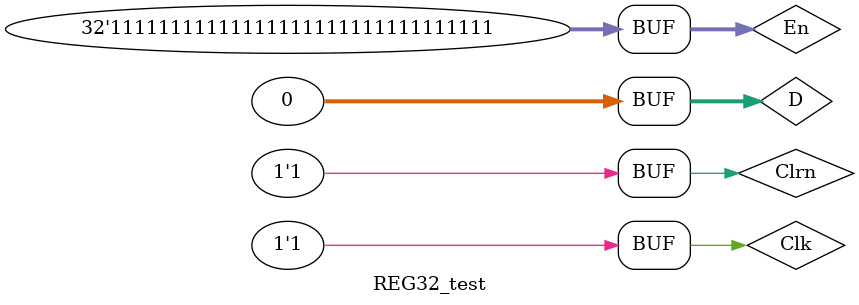
<source format=v>
`timescale 1ns / 1ps

//²âÊÔ¿ÉÒÔµÃ³ö£¬0×ª»¯µ½1¾ÍÊÇÉÏÉýÑØ£¬´ËÊ±½«ÉÏ´Î´æµÄDºÍEn´æÈë¼Ä´æÆ÷
module REG32_test;
reg [31:0]D,En;
reg Clk,Clrn;
wire [31:0]Q31,Q30,Q29,Q28,Q27,Q26,Q25,Q24,Q23,Q22,Q21,
Q20,Q19,Q18,Q17,Q16,Q15,Q14,Q13,Q12,Q11,Q10,Q9,Q8,Q7,Q6,Q5,Q4,Q3,Q2,Q1,Q0;
REG32 uut(.D(D),.En(En),.Clk(Clk),.Clrn(Clrn),.Q0(Q0),.Q1(Q1),.Q2(Q2),.Q3(Q3),.Q4(Q4),.Q5(Q5),.Q6(Q6),
.Q7(Q7),.Q8(Q8),.Q9(Q9),.Q10(Q10),.Q11(Q11),.Q12(Q12),.Q13(Q13),.Q14(Q14),.Q15(Q15),.Q16(Q16),.Q17(Q17),
.Q18(Q18),.Q19(Q19),.Q20(Q20),.Q21(Q21),.Q22(Q22),.Q23(Q23),.Q24(Q24),.Q25(Q25),.Q26(Q26),.Q27(Q27),
.Q28(Q28),.Q29(Q29),.Q30(Q30),.Q31(Q31));
initial begin
Clk=0;Clrn=0;D=32'h00000000;En=32'hFFFFFFFF;
#20
Clk=1;Clrn=1;D=32'h0000FFFF;En=32'hF0F0F0F0;
#20
Clk=0;
#20
Clk=1;D=32'h00000000;En=32'hFFFFFFFF;
#20
Clk=0;
#20
Clk=1;
end
endmodule

</source>
